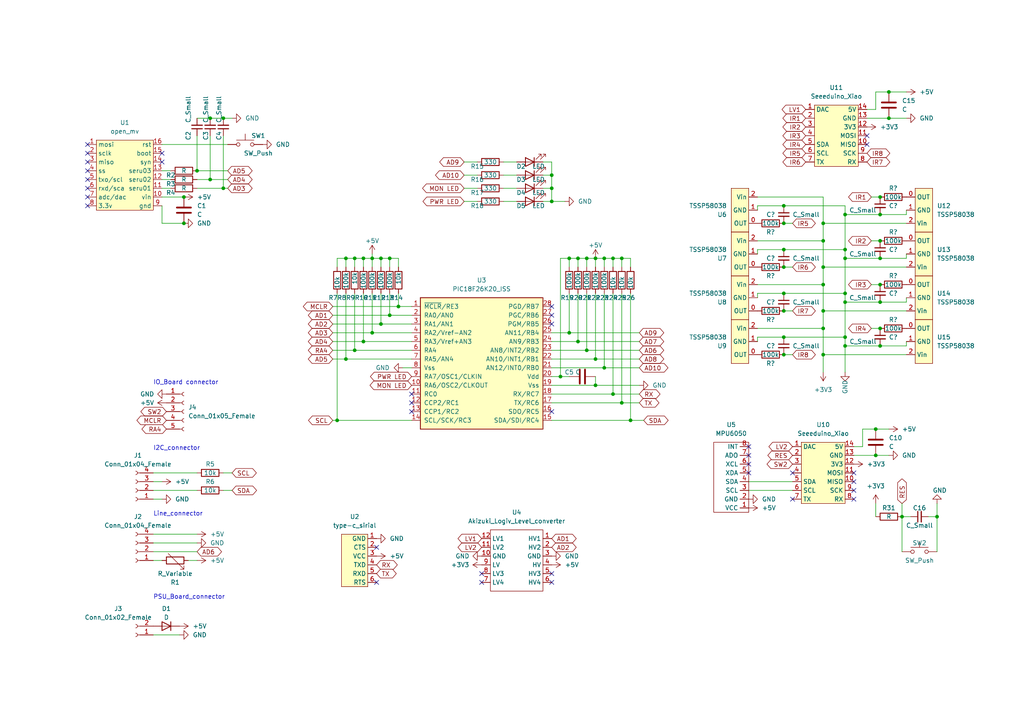
<source format=kicad_sch>
(kicad_sch (version 20211123) (generator eeschema)
  (paper "A4")
  (junction (at 238.76 102.87))
  (junction (at 165.1 74.93))
  (junction (at 53.34 64.77))
  (junction (at 57.15 49.53))
  (junction (at 107.95 74.93))
  (junction (at 227.33 59.69))
  (junction (at 177.8 74.93))
  (junction (at 254 124.46))
  (junction (at 113.03 91.44))
  (junction (at 102.87 74.93))
  (junction (at 238.76 90.17))
  (junction (at 105.41 74.93))
  (junction (at 245.11 87.63))
  (junction (at 227.33 97.79))
  (junction (at 102.87 101.6))
  (junction (at 172.72 111.76))
  (junction (at 113.03 74.93))
  (junction (at 238.76 82.55))
  (junction (at 227.33 77.47))
  (junction (at 64.77 34.29))
  (junction (at 245.11 62.23))
  (junction (at 177.8 114.3))
  (junction (at 257.81 34.29))
  (junction (at 105.41 99.06))
  (junction (at 110.49 93.98))
  (junction (at 170.18 74.93))
  (junction (at 271.78 149.86))
  (junction (at 167.64 99.06))
  (junction (at 180.34 74.93))
  (junction (at 60.96 34.29))
  (junction (at 100.33 104.14))
  (junction (at 227.33 64.77))
  (junction (at 255.27 100.33))
  (junction (at 227.33 90.17))
  (junction (at 238.76 77.47))
  (junction (at 245.11 85.09))
  (junction (at 254 132.08))
  (junction (at 175.26 106.68))
  (junction (at 238.76 69.85))
  (junction (at 107.95 96.52))
  (junction (at 60.96 52.07))
  (junction (at 255.27 87.63))
  (junction (at 245.11 97.79))
  (junction (at 167.64 74.93))
  (junction (at 170.18 101.6))
  (junction (at 172.72 104.14))
  (junction (at 172.72 74.93))
  (junction (at 64.77 54.61))
  (junction (at 180.34 116.84))
  (junction (at 257.81 26.67))
  (junction (at 255.27 82.55))
  (junction (at 238.76 95.25))
  (junction (at 53.34 57.15))
  (junction (at 182.88 121.92))
  (junction (at 245.11 72.39))
  (junction (at 238.76 64.77))
  (junction (at 245.11 100.33))
  (junction (at 261.62 149.86))
  (junction (at 160.02 54.61))
  (junction (at 100.33 74.93))
  (junction (at 165.1 96.52))
  (junction (at 97.79 121.92))
  (junction (at 160.02 58.42))
  (junction (at 255.27 69.85))
  (junction (at 115.57 88.9))
  (junction (at 110.49 74.93))
  (junction (at 160.02 50.8))
  (junction (at 175.26 74.93))
  (junction (at 255.27 62.23))
  (junction (at 245.11 74.93))
  (junction (at 255.27 95.25))
  (junction (at 162.56 109.22))
  (junction (at 255.27 74.93))
  (junction (at 227.33 72.39))
  (junction (at 255.27 57.15))
  (junction (at 227.33 85.09))
  (junction (at 227.33 102.87))
  (no_connect (at 160.02 93.98))
  (no_connect (at 160.02 91.44))
  (no_connect (at 160.02 88.9))
  (no_connect (at 119.38 114.3))
  (no_connect (at 119.38 116.84))
  (no_connect (at 119.38 119.38))
  (no_connect (at 109.22 168.91))
  (no_connect (at 109.22 158.75))
  (no_connect (at 139.7 166.37))
  (no_connect (at 139.7 168.91))
  (no_connect (at 160.02 168.91))
  (no_connect (at 160.02 166.37))
  (no_connect (at 160.02 119.38))
  (no_connect (at 46.99 46.99))
  (no_connect (at 46.99 44.45))
  (no_connect (at 25.4 41.91))
  (no_connect (at 25.4 44.45))
  (no_connect (at 25.4 46.99))
  (no_connect (at 25.4 49.53))
  (no_connect (at 25.4 52.07))
  (no_connect (at 25.4 54.61))
  (no_connect (at 25.4 57.15))
  (no_connect (at 25.4 59.69))
  (no_connect (at 217.17 137.16))
  (no_connect (at 217.17 134.62))
  (no_connect (at 217.17 132.08))
  (no_connect (at 217.17 129.54))
  (no_connect (at 229.87 137.16))
  (no_connect (at 247.65 144.78))
  (no_connect (at 247.65 142.24))
  (no_connect (at 247.65 139.7))
  (no_connect (at 247.65 137.16))
  (no_connect (at 229.87 144.78))
  (no_connect (at 251.46 41.91))
  (no_connect (at 251.46 39.37))
  (wire (pts (xy 160.02 116.84) (xy 180.34 116.84)))
  (wire (pts (xy 157.48 58.42) (xy 160.02 58.42)))
  (wire (pts (xy 57.15 39.37) (xy 57.15 49.53)))
  (wire (pts (xy 172.72 74.93) (xy 175.26 74.93)))
  (wire (pts (xy 157.48 50.8) (xy 160.02 50.8)))
  (wire (pts (xy 96.52 91.44) (xy 113.03 91.44)))
  (wire (pts (xy 66.04 54.61) (xy 64.77 54.61)))
  (wire (pts (xy 245.11 72.39) (xy 245.11 74.93)))
  (wire (pts (xy 64.77 34.29) (xy 67.31 34.29)))
  (wire (pts (xy 172.72 74.93) (xy 172.72 77.47)))
  (wire (pts (xy 254 124.46) (xy 257.81 124.46)))
  (wire (pts (xy 115.57 85.09) (xy 115.57 88.9)))
  (wire (pts (xy 44.45 160.02) (xy 57.15 160.02)))
  (wire (pts (xy 219.71 69.85) (xy 238.76 69.85)))
  (wire (pts (xy 177.8 85.09) (xy 177.8 114.3)))
  (wire (pts (xy 160.02 101.6) (xy 170.18 101.6)))
  (wire (pts (xy 162.56 109.22) (xy 162.56 74.93)))
  (wire (pts (xy 146.05 54.61) (xy 149.86 54.61)))
  (wire (pts (xy 160.02 114.3) (xy 177.8 114.3)))
  (wire (pts (xy 238.76 64.77) (xy 238.76 69.85)))
  (wire (pts (xy 252.73 69.85) (xy 255.27 69.85)))
  (wire (pts (xy 96.52 88.9) (xy 115.57 88.9)))
  (wire (pts (xy 257.81 132.08) (xy 254 132.08)))
  (wire (pts (xy 146.05 46.99) (xy 149.86 46.99)))
  (wire (pts (xy 102.87 74.93) (xy 102.87 77.47)))
  (wire (pts (xy 245.11 85.09) (xy 245.11 87.63)))
  (wire (pts (xy 219.71 85.09) (xy 227.33 85.09)))
  (wire (pts (xy 254 132.08) (xy 247.65 132.08)))
  (wire (pts (xy 107.95 74.93) (xy 110.49 74.93)))
  (wire (pts (xy 49.53 52.07) (xy 46.99 52.07)))
  (wire (pts (xy 264.16 149.86) (xy 261.62 149.86)))
  (wire (pts (xy 160.02 111.76) (xy 172.72 111.76)))
  (wire (pts (xy 113.03 85.09) (xy 113.03 91.44)))
  (wire (pts (xy 160.02 58.42) (xy 160.02 54.61)))
  (wire (pts (xy 165.1 96.52) (xy 160.02 96.52)))
  (wire (pts (xy 54.61 162.56) (xy 57.15 162.56)))
  (wire (pts (xy 46.99 59.69) (xy 46.99 64.77)))
  (wire (pts (xy 162.56 74.93) (xy 165.1 74.93)))
  (wire (pts (xy 227.33 72.39) (xy 245.11 72.39)))
  (wire (pts (xy 57.15 34.29) (xy 60.96 34.29)))
  (wire (pts (xy 245.11 100.33) (xy 255.27 100.33)))
  (wire (pts (xy 229.87 77.47) (xy 227.33 77.47)))
  (wire (pts (xy 180.34 74.93) (xy 182.88 74.93)))
  (wire (pts (xy 49.53 49.53) (xy 46.99 49.53)))
  (wire (pts (xy 172.72 104.14) (xy 185.42 104.14)))
  (wire (pts (xy 177.8 74.93) (xy 180.34 74.93)))
  (wire (pts (xy 238.76 69.85) (xy 238.76 77.47)))
  (wire (pts (xy 66.04 41.91) (xy 46.99 41.91)))
  (wire (pts (xy 165.1 85.09) (xy 165.1 96.52)))
  (wire (pts (xy 100.33 77.47) (xy 100.33 74.93)))
  (wire (pts (xy 229.87 64.77) (xy 227.33 64.77)))
  (wire (pts (xy 252.73 82.55) (xy 255.27 82.55)))
  (wire (pts (xy 229.87 102.87) (xy 227.33 102.87)))
  (wire (pts (xy 219.71 82.55) (xy 238.76 82.55)))
  (wire (pts (xy 113.03 91.44) (xy 119.38 91.44)))
  (wire (pts (xy 238.76 57.15) (xy 238.76 64.77)))
  (wire (pts (xy 134.62 46.99) (xy 138.43 46.99)))
  (wire (pts (xy 46.99 57.15) (xy 53.34 57.15)))
  (wire (pts (xy 172.72 111.76) (xy 185.42 111.76)))
  (wire (pts (xy 262.89 100.33) (xy 255.27 100.33)))
  (wire (pts (xy 160.02 104.14) (xy 172.72 104.14)))
  (wire (pts (xy 157.48 54.61) (xy 160.02 54.61)))
  (wire (pts (xy 160.02 50.8) (xy 160.02 46.99)))
  (wire (pts (xy 160.02 106.68) (xy 175.26 106.68)))
  (wire (pts (xy 97.79 74.93) (xy 100.33 74.93)))
  (wire (pts (xy 60.96 52.07) (xy 57.15 52.07)))
  (wire (pts (xy 251.46 34.29) (xy 257.81 34.29)))
  (wire (pts (xy 261.62 149.86) (xy 261.62 160.02)))
  (wire (pts (xy 44.45 142.24) (xy 57.15 142.24)))
  (wire (pts (xy 170.18 85.09) (xy 170.18 101.6)))
  (wire (pts (xy 110.49 74.93) (xy 110.49 77.47)))
  (wire (pts (xy 251.46 31.75) (xy 254 31.75)))
  (wire (pts (xy 227.33 85.09) (xy 245.11 85.09)))
  (wire (pts (xy 262.89 99.06) (xy 262.89 100.33)))
  (wire (pts (xy 134.62 50.8) (xy 138.43 50.8)))
  (wire (pts (xy 107.95 96.52) (xy 119.38 96.52)))
  (wire (pts (xy 177.8 74.93) (xy 175.26 74.93)))
  (wire (pts (xy 261.62 146.05) (xy 261.62 149.86)))
  (wire (pts (xy 105.41 74.93) (xy 105.41 77.47)))
  (wire (pts (xy 102.87 74.93) (xy 105.41 74.93)))
  (wire (pts (xy 105.41 74.93) (xy 107.95 74.93)))
  (wire (pts (xy 257.81 26.67) (xy 262.89 26.67)))
  (wire (pts (xy 96.52 101.6) (xy 102.87 101.6)))
  (wire (pts (xy 115.57 88.9) (xy 119.38 88.9)))
  (wire (pts (xy 219.71 73.66) (xy 219.71 72.39)))
  (wire (pts (xy 247.65 129.54) (xy 250.19 129.54)))
  (wire (pts (xy 64.77 39.37) (xy 64.77 54.61)))
  (wire (pts (xy 180.34 116.84) (xy 185.42 116.84)))
  (wire (pts (xy 167.64 74.93) (xy 167.64 77.47)))
  (wire (pts (xy 255.27 87.63) (xy 262.89 87.63)))
  (wire (pts (xy 160.02 121.92) (xy 182.88 121.92)))
  (wire (pts (xy 219.71 86.36) (xy 219.71 85.09)))
  (wire (pts (xy 107.95 77.47) (xy 107.95 74.93)))
  (wire (pts (xy 227.33 97.79) (xy 245.11 97.79)))
  (wire (pts (xy 172.72 109.22) (xy 172.72 111.76)))
  (wire (pts (xy 96.52 96.52) (xy 107.95 96.52)))
  (wire (pts (xy 170.18 74.93) (xy 170.18 77.47)))
  (wire (pts (xy 177.8 77.47) (xy 177.8 74.93)))
  (wire (pts (xy 96.52 99.06) (xy 105.41 99.06)))
  (wire (pts (xy 44.45 162.56) (xy 46.99 162.56)))
  (wire (pts (xy 238.76 95.25) (xy 238.76 102.87)))
  (wire (pts (xy 250.19 124.46) (xy 254 124.46)))
  (wire (pts (xy 102.87 101.6) (xy 119.38 101.6)))
  (wire (pts (xy 250.19 129.54) (xy 250.19 124.46)))
  (wire (pts (xy 227.33 59.69) (xy 219.71 59.69)))
  (wire (pts (xy 238.76 77.47) (xy 238.76 82.55)))
  (wire (pts (xy 245.11 97.79) (xy 245.11 100.33)))
  (wire (pts (xy 107.95 73.66) (xy 107.95 74.93)))
  (wire (pts (xy 245.11 62.23) (xy 255.27 62.23)))
  (wire (pts (xy 146.05 58.42) (xy 149.86 58.42)))
  (wire (pts (xy 102.87 85.09) (xy 102.87 101.6)))
  (wire (pts (xy 113.03 74.93) (xy 113.03 77.47)))
  (wire (pts (xy 245.11 100.33) (xy 245.11 107.95)))
  (wire (pts (xy 255.27 62.23) (xy 262.89 62.23)))
  (wire (pts (xy 217.17 139.7) (xy 229.87 139.7)))
  (wire (pts (xy 105.41 85.09) (xy 105.41 99.06)))
  (wire (pts (xy 170.18 74.93) (xy 172.72 74.93)))
  (wire (pts (xy 96.52 93.98) (xy 110.49 93.98)))
  (wire (pts (xy 44.45 137.16) (xy 57.15 137.16)))
  (wire (pts (xy 165.1 77.47) (xy 165.1 74.93)))
  (wire (pts (xy 165.1 74.93) (xy 167.64 74.93)))
  (wire (pts (xy 271.78 146.05) (xy 271.78 149.86)))
  (wire (pts (xy 219.71 57.15) (xy 238.76 57.15)))
  (wire (pts (xy 105.41 99.06) (xy 119.38 99.06)))
  (wire (pts (xy 110.49 85.09) (xy 110.49 93.98)))
  (wire (pts (xy 170.18 101.6) (xy 185.42 101.6)))
  (wire (pts (xy 245.11 59.69) (xy 245.11 62.23)))
  (wire (pts (xy 219.71 99.06) (xy 219.71 97.79)))
  (wire (pts (xy 167.64 85.09) (xy 167.64 99.06)))
  (wire (pts (xy 44.45 154.94) (xy 57.15 154.94)))
  (wire (pts (xy 110.49 74.93) (xy 113.03 74.93)))
  (wire (pts (xy 44.45 157.48) (xy 57.15 157.48)))
  (wire (pts (xy 113.03 74.93) (xy 115.57 74.93)))
  (wire (pts (xy 182.88 85.09) (xy 182.88 121.92)))
  (wire (pts (xy 167.64 99.06) (xy 185.42 99.06)))
  (wire (pts (xy 44.45 139.7) (xy 46.99 139.7)))
  (wire (pts (xy 254 31.75) (xy 254 26.67)))
  (wire (pts (xy 160.02 99.06) (xy 167.64 99.06)))
  (wire (pts (xy 96.52 121.92) (xy 97.79 121.92)))
  (wire (pts (xy 49.53 54.61) (xy 46.99 54.61)))
  (wire (pts (xy 146.05 50.8) (xy 149.86 50.8)))
  (wire (pts (xy 238.76 64.77) (xy 262.89 64.77)))
  (wire (pts (xy 262.89 62.23) (xy 262.89 60.96)))
  (wire (pts (xy 64.77 54.61) (xy 57.15 54.61)))
  (wire (pts (xy 165.1 96.52) (xy 185.42 96.52)))
  (wire (pts (xy 262.89 87.63) (xy 262.89 86.36)))
  (wire (pts (xy 160.02 46.99) (xy 157.48 46.99)))
  (wire (pts (xy 271.78 149.86) (xy 271.78 160.02)))
  (wire (pts (xy 116.84 106.68) (xy 119.38 106.68)))
  (wire (pts (xy 238.76 90.17) (xy 262.89 90.17)))
  (wire (pts (xy 172.72 85.09) (xy 172.72 104.14)))
  (wire (pts (xy 64.77 142.24) (xy 67.31 142.24)))
  (wire (pts (xy 175.26 74.93) (xy 175.26 77.47)))
  (wire (pts (xy 245.11 74.93) (xy 255.27 74.93)))
  (wire (pts (xy 219.71 95.25) (xy 238.76 95.25)))
  (wire (pts (xy 96.52 104.14) (xy 100.33 104.14)))
  (wire (pts (xy 269.24 149.86) (xy 271.78 149.86)))
  (wire (pts (xy 97.79 121.92) (xy 119.38 121.92)))
  (wire (pts (xy 134.62 54.61) (xy 138.43 54.61)))
  (wire (pts (xy 219.71 72.39) (xy 227.33 72.39)))
  (wire (pts (xy 100.33 104.14) (xy 119.38 104.14)))
  (wire (pts (xy 64.77 137.16) (xy 67.31 137.16)))
  (wire (pts (xy 245.11 74.93) (xy 245.11 85.09)))
  (wire (pts (xy 60.96 39.37) (xy 60.96 52.07)))
  (wire (pts (xy 255.27 74.93) (xy 262.89 74.93)))
  (wire (pts (xy 180.34 85.09) (xy 180.34 116.84)))
  (wire (pts (xy 97.79 85.09) (xy 97.79 121.92)))
  (wire (pts (xy 110.49 93.98) (xy 119.38 93.98)))
  (wire (pts (xy 66.04 49.53) (xy 57.15 49.53)))
  (wire (pts (xy 238.76 77.47) (xy 262.89 77.47)))
  (wire (pts (xy 262.89 73.66) (xy 262.89 74.93)))
  (wire (pts (xy 175.26 85.09) (xy 175.26 106.68)))
  (wire (pts (xy 252.73 95.25) (xy 255.27 95.25)))
  (wire (pts (xy 180.34 74.93) (xy 180.34 77.47)))
  (wire (pts (xy 60.96 34.29) (xy 64.77 34.29)))
  (wire (pts (xy 252.73 57.15) (xy 255.27 57.15)))
  (wire (pts (xy 44.45 144.78) (xy 46.99 144.78)))
  (wire (pts (xy 219.71 97.79) (xy 227.33 97.79)))
  (wire (pts (xy 257.81 34.29) (xy 262.89 34.29)))
  (wire (pts (xy 177.8 114.3) (xy 185.42 114.3)))
  (wire (pts (xy 175.26 106.68) (xy 185.42 106.68)))
  (wire (pts (xy 238.76 90.17) (xy 238.76 95.25)))
  (wire (pts (xy 97.79 77.47) (xy 97.79 74.93)))
  (wire (pts (xy 227.33 59.69) (xy 245.11 59.69)))
  (wire (pts (xy 254 26.67) (xy 257.81 26.67)))
  (wire (pts (xy 100.33 85.09) (xy 100.33 104.14)))
  (wire (pts (xy 254 146.05) (xy 254 149.86)))
  (wire (pts (xy 245.11 62.23) (xy 245.11 72.39)))
  (wire (pts (xy 163.83 58.42) (xy 160.02 58.42)))
  (wire (pts (xy 238.76 82.55) (xy 238.76 90.17)))
  (wire (pts (xy 134.62 58.42) (xy 138.43 58.42)))
  (wire (pts (xy 167.64 74.93) (xy 170.18 74.93)))
  (wire (pts (xy 160.02 109.22) (xy 162.56 109.22)))
  (wire (pts (xy 182.88 121.92) (xy 186.69 121.92)))
  (wire (pts (xy 245.11 87.63) (xy 255.27 87.63)))
  (wire (pts (xy 238.76 102.87) (xy 238.76 107.95)))
  (wire (pts (xy 217.17 142.24) (xy 229.87 142.24)))
  (wire (pts (xy 107.95 85.09) (xy 107.95 96.52)))
  (wire (pts (xy 229.87 90.17) (xy 227.33 90.17)))
  (wire (pts (xy 46.99 64.77) (xy 53.34 64.77)))
  (wire (pts (xy 115.57 74.93) (xy 115.57 77.47)))
  (wire (pts (xy 245.11 87.63) (xy 245.11 97.79)))
  (wire (pts (xy 44.45 184.15) (xy 52.07 184.15)))
  (wire (pts (xy 162.56 109.22) (xy 165.1 109.22)))
  (wire (pts (xy 219.71 59.69) (xy 219.71 60.96)))
  (wire (pts (xy 160.02 54.61) (xy 160.02 50.8)))
  (wire (pts (xy 182.88 74.93) (xy 182.88 77.47)))
  (wire (pts (xy 66.04 52.07) (xy 60.96 52.07)))
  (wire (pts (xy 100.33 74.93) (xy 102.87 74.93)))
  (wire (pts (xy 238.76 102.87) (xy 262.89 102.87)))
  (text "IO_Board connector" (at 44.45 111.76 0) (effects (font (size 1.27 1.27)) (justify left bottom)))
  (text "PSU_Board_connector" (at 44.45 173.99 0) (effects (font (size 1.27 1.27)) (justify left bottom)))
  (text "I2C_connector" (at 44.45 130.81 0) (effects (font (size 1.27 1.27)) (justify left bottom)))
  (text "Line_connector" (at 44.45 149.86 0) (effects (font (size 1.27 1.27)) (justify left bottom)))
  (global_label "LV2" (shape bidirectional) (at 139.7 158.75 180) (property "Intersheet References" "${INTERSHEET_REFS}" (effects hide)))
  (global_label "AD5" (shape bidirectional) (at 96.52 104.14 180) (property "Intersheet References" "${INTERSHEET_REFS}" (effects hide)))
  (global_label "IR6" (shape bidirectional) (at 229.87 77.47 0) (property "Intersheet References" "${INTERSHEET_REFS}" (effects hide)))
  (global_label "IR5" (shape bidirectional) (at 233.68 44.45 180) (property "Intersheet References" "${INTERSHEET_REFS}" (effects hide)))
  (global_label "IR4" (shape bidirectional) (at 233.68 41.91 180) (property "Intersheet References" "${INTERSHEET_REFS}" (effects hide)))
  (global_label "IR7" (shape bidirectional) (at 251.46 46.99 0) (property "Intersheet References" "${INTERSHEET_REFS}" (effects hide)))
  (global_label "AD1" (shape bidirectional) (at 160.02 156.21 0) (property "Intersheet References" "${INTERSHEET_REFS}" (effects hide)))
  (global_label "SCL" (shape bidirectional) (at 67.31 137.16 0) (property "Intersheet References" "${INTERSHEET_REFS}" (effects hide)))
  (global_label "IR6" (shape bidirectional) (at 233.68 46.99 180) (property "Intersheet References" "${INTERSHEET_REFS}" (effects hide)))
  (global_label "TX" (shape bidirectional) (at 185.42 116.84 0) (property "Intersheet References" "${INTERSHEET_REFS}" (effects hide)))
  (global_label "MON LED" (shape bidirectional) (at 119.38 111.76 180) (property "Intersheet References" "${INTERSHEET_REFS}" (effects hide)))
  (global_label "LV1" (shape bidirectional) (at 139.7 156.21 180) (property "Intersheet References" "${INTERSHEET_REFS}" (effects hide)))
  (global_label "IR5" (shape bidirectional) (at 229.87 64.77 0) (property "Intersheet References" "${INTERSHEET_REFS}" (effects hide)))
  (global_label "IR7" (shape bidirectional) (at 229.87 90.17 0) (property "Intersheet References" "${INTERSHEET_REFS}" (effects hide)))
  (global_label "AD7" (shape bidirectional) (at 185.42 99.06 0) (property "Intersheet References" "${INTERSHEET_REFS}" (effects hide)))
  (global_label "RES" (shape bidirectional) (at 261.62 146.05 90) (property "Intersheet References" "${INTERSHEET_REFS}" (effects hide)))
  (global_label "AD4" (shape bidirectional) (at 66.04 52.07 0) (property "Intersheet References" "${INTERSHEET_REFS}" (effects hide)))
  (global_label "AD2" (shape bidirectional) (at 96.52 93.98 180) (property "Intersheet References" "${INTERSHEET_REFS}" (effects hide)))
  (global_label "AD3" (shape bidirectional) (at 66.04 54.61 0) (property "Intersheet References" "${INTERSHEET_REFS}" (effects hide)))
  (global_label "AD3" (shape bidirectional) (at 96.52 96.52 180) (property "Intersheet References" "${INTERSHEET_REFS}" (effects hide)))
  (global_label "RX" (shape bidirectional) (at 185.42 114.3 0) (property "Intersheet References" "${INTERSHEET_REFS}" (effects hide)))
  (global_label "AD2" (shape bidirectional) (at 160.02 158.75 0) (property "Intersheet References" "${INTERSHEET_REFS}" (effects hide)))
  (global_label "TX" (shape bidirectional) (at 109.22 166.37 0) (property "Intersheet References" "${INTERSHEET_REFS}" (effects hide)))
  (global_label "AD9" (shape bidirectional) (at 185.42 96.52 0) (property "Intersheet References" "${INTERSHEET_REFS}" (effects hide)))
  (global_label "IR3" (shape bidirectional) (at 233.68 39.37 180) (property "Intersheet References" "${INTERSHEET_REFS}" (effects hide)))
  (global_label "SW2" (shape bidirectional) (at 48.26 119.38 180) (property "Intersheet References" "${INTERSHEET_REFS}" (effects hide)))
  (global_label "AD5" (shape bidirectional) (at 66.04 49.53 0) (property "Intersheet References" "${INTERSHEET_REFS}" (effects hide)))
  (global_label "MCLR" (shape bidirectional) (at 96.52 88.9 180) (property "Intersheet References" "${INTERSHEET_REFS}" (effects hide)))
  (global_label "MON LED" (shape bidirectional) (at 134.62 54.61 180) (property "Intersheet References" "${INTERSHEET_REFS}" (effects hide)))
  (global_label "IR3" (shape bidirectional) (at 252.73 82.55 180) (property "Intersheet References" "${INTERSHEET_REFS}" (effects hide)))
  (global_label "RA4" (shape bidirectional) (at 48.26 124.46 180) (property "Intersheet References" "${INTERSHEET_REFS}" (effects hide)))
  (global_label "SCL" (shape bidirectional) (at 96.52 121.92 180) (property "Intersheet References" "${INTERSHEET_REFS}" (effects hide)))
  (global_label "RA4" (shape bidirectional) (at 96.52 101.6 180) (property "Intersheet References" "${INTERSHEET_REFS}" (effects hide)))
  (global_label "LV1" (shape bidirectional) (at 233.68 31.75 180) (property "Intersheet References" "${INTERSHEET_REFS}" (effects hide)))
  (global_label "AD9" (shape bidirectional) (at 134.62 46.99 180) (property "Intersheet References" "${INTERSHEET_REFS}" (effects hide)))
  (global_label "MCLR" (shape bidirectional) (at 48.26 121.92 180) (property "Intersheet References" "${INTERSHEET_REFS}" (effects hide)))
  (global_label "AD8" (shape bidirectional) (at 185.42 104.14 0) (property "Intersheet References" "${INTERSHEET_REFS}" (effects hide)))
  (global_label "IR8" (shape bidirectional) (at 251.46 44.45 0) (property "Intersheet References" "${INTERSHEET_REFS}" (effects hide)))
  (global_label "PWR LED" (shape bidirectional) (at 134.62 58.42 180) (property "Intersheet References" "${INTERSHEET_REFS}" (effects hide)))
  (global_label "SDA" (shape bidirectional) (at 186.69 121.92 0) (property "Intersheet References" "${INTERSHEET_REFS}" (effects hide)))
  (global_label "IR1" (shape bidirectional) (at 233.68 34.29 180) (property "Intersheet References" "${INTERSHEET_REFS}" (effects hide)))
  (global_label "PWR LED" (shape bidirectional) (at 119.38 109.22 180) (property "Intersheet References" "${INTERSHEET_REFS}" (effects hide)))
  (global_label "SDA" (shape bidirectional) (at 67.31 142.24 0) (property "Intersheet References" "${INTERSHEET_REFS}" (effects hide)))
  (global_label "AD6" (shape bidirectional) (at 185.42 101.6 0) (property "Intersheet References" "${INTERSHEET_REFS}" (effects hide)))
  (global_label "RES" (shape bidirectional) (at 229.87 132.08 180) (property "Intersheet References" "${INTERSHEET_REFS}" (effects hide)))
  (global_label "AD4" (shape bidirectional) (at 96.52 99.06 180) (property "Intersheet References" "${INTERSHEET_REFS}" (effects hide)))
  (global_label "AD6" (shape bidirectional) (at 57.15 160.02 0) (property "Intersheet References" "${INTERSHEET_REFS}" (effects hide)))
  (global_label "SW2" (shape bidirectional) (at 229.87 134.62 180) (property "Intersheet References" "${INTERSHEET_REFS}" (effects hide)))
  (global_label "IR1" (shape bidirectional) (at 252.73 57.15 180) (property "Intersheet References" "${INTERSHEET_REFS}" (effects hide)))
  (global_label "RX" (shape bidirectional) (at 109.22 163.83 0) (property "Intersheet References" "${INTERSHEET_REFS}" (effects hide)))
  (global_label "LV2" (shape bidirectional) (at 229.87 129.54 180) (property "Intersheet References" "${INTERSHEET_REFS}" (effects hide)))
  (global_label "IR2" (shape bidirectional) (at 233.68 36.83 180) (property "Intersheet References" "${INTERSHEET_REFS}" (effects hide)))
  (global_label "AD10" (shape bidirectional) (at 134.62 50.8 180) (property "Intersheet References" "${INTERSHEET_REFS}" (effects hide)))
  (global_label "AD1" (shape bidirectional) (at 96.52 91.44 180) (property "Intersheet References" "${INTERSHEET_REFS}" (effects hide)))
  (global_label "IR2" (shape bidirectional) (at 252.73 69.85 180) (property "Intersheet References" "${INTERSHEET_REFS}" (effects hide)))
  (global_label "IR8" (shape bidirectional) (at 229.87 102.87 0) (property "Intersheet References" "${INTERSHEET_REFS}" (effects hide)))
  (global_label "IR4" (shape bidirectional) (at 252.73 95.25 180) (property "Intersheet References" "${INTERSHEET_REFS}" (effects hide)))
  (global_label "AD10" (shape bidirectional) (at 185.42 106.68 0) (property "Intersheet References" "${INTERSHEET_REFS}" (effects hide)))
  (symbol (lib_id "Device:C") (at 257.81 30.48 0) (unit 1)
    (property "Reference" "C15" (at 261.62 29.2099 0) (effects (justify left)))
    (property "Value" "C" (at 261.62 31.7499 0) (effects (justify left)))
    (property "Footprint" "Capacitor_THT:CP_Radial_D5.0mm_P2.50mm" (effects hide))
  )
  (symbol (lib_id "power:GND") (at 116.84 106.68 270) (unit 1)
    (property "Reference" "#PWR017" (effects hide))
    (property "Value" "GND" (at 113.03 106.6799 90) (effects (justify right)))
  )
  (symbol (lib_id "power:GND") (at 257.81 132.08 90) (unit 1)
    (property "Reference" "#PWR033" (effects hide))
    (property "Value" "GND" (at 261.62 132.0799 90) (effects (justify right)))
  )
  (symbol (lib_id "Device:R") (at 142.24 46.99 90) (unit 1)
    (property "Reference" "R15" (at 138.43 48.26 90))
    (property "Value" "330" (at 142.24 46.99 90))
    (property "Footprint" "Resistor_THT:R_Axial_DIN0204_L3.6mm_D1.6mm_P5.08mm_Horizontal" (effects hide))
  )
  (symbol (lib_id "Device:R") (at 175.26 81.28 0) (unit 1)
    (property "Reference" "R23" (at 172.72 86.36 0) (effects (justify left)))
    (property "Value" "100k" (at 175.26 83.82 90) (effects (justify left)))
    (property "Footprint" "Resistor_THT:R_Axial_DIN0204_L3.6mm_D1.6mm_P5.08mm_Horizontal" (effects hide))
  )
  (symbol (lib_id "power:+5V") (at 46.99 139.7 270) (unit 1)
    (property "Reference" "#PWR01" (effects hide))
    (property "Value" "+5V" (at 50.8 139.6999 90) (effects (justify left)))
  )
  (symbol (lib_id "Device:R") (at 142.24 58.42 90) (unit 1)
    (property "Reference" "R18" (at 138.43 59.69 90))
    (property "Value" "330" (at 142.24 58.42 90))
    (property "Footprint" "Resistor_THT:R_Axial_DIN0204_L3.6mm_D1.6mm_P5.08mm_Horizontal" (effects hide))
  )
  (symbol (lib_id "power:+5V") (at 107.95 73.66 0) (unit 1)
    (property "Reference" "#PWR014" (effects hide))
    (property "Value" "+5V" (at 107.95 69.85 0))
  )
  (symbol (lib_id "power:GND") (at 245.11 107.95 0) (unit 1)
    (property "Reference" "#PWR028" (effects hide))
    (property "Value" "GND" (at 245.11 114.3 90) (effects (justify left)))
  )
  (symbol (lib_id "Device:R") (at 177.8 81.28 0) (unit 1)
    (property "Reference" "R24" (at 175.26 86.36 0) (effects (justify left)))
    (property "Value" "10k" (at 177.8 83.82 90) (effects (justify left)))
    (property "Footprint" "Resistor_THT:R_Axial_DIN0204_L3.6mm_D1.6mm_P5.08mm_Horizontal" (effects hide))
  )
  (symbol (lib_name "TSSP58038_4") (lib_id "ir_sensor:TSSP58038") (at 265.43 60.96 270) (unit 1)
    (property "Reference" "U12" (at 271.78 59.6899 90) (effects (justify left)))
    (property "Value" "TSSP58038" (at 271.78 62.2299 90) (effects (justify left)))
    (property "Footprint" "Lib:TSSP58038_IR" (effects hide))
  )
  (symbol (lib_id "Device:C_Small") (at 227.33 62.23 0) (unit 1)
    (property "Reference" "C?" (at 222.25 62.23 0) (effects (justify left)))
    (property "Value" "C_Small" (at 229.87 62.23 0) (effects (justify left)))
    (property "Footprint" "Capacitor_THT:C_Disc_D3.8mm_W2.6mm_P2.50mm" (effects hide))
  )
  (symbol (lib_id "type-c_sirial:type-c_sirial") (at 96.52 162.56 90) (unit 1)
    (property "Reference" "U2" (at 102.87 149.86 90))
    (property "Value" "type-c_sirial" (at 102.87 152.4 90))
    (property "Footprint" "Lib:Type-C_Sirial_Board" (effects hide))
  )
  (symbol (lib_id "Device:R") (at 105.41 81.28 0) (unit 1)
    (property "Reference" "R10" (at 102.87 86.36 0) (effects (justify left)))
    (property "Value" "100k" (at 105.41 83.82 90) (effects (justify left)))
    (property "Footprint" "Resistor_THT:R_Axial_DIN0204_L3.6mm_D1.6mm_P5.08mm_Horizontal" (effects hide))
  )
  (symbol (lib_id "Device:R") (at 259.08 95.25 90) (unit 1)
    (property "Reference" "R?" (at 259.08 92.71 90))
    (property "Value" "100k" (at 259.08 95.25 90))
    (property "Footprint" "Resistor_THT:R_Axial_DIN0204_L3.6mm_D1.6mm_P5.08mm_Horizontal" (effects hide))
  )
  (symbol (lib_id "Device:LED") (at 153.67 54.61 180) (unit 1)
    (property "Reference" "D4" (at 151.13 55.88 0))
    (property "Value" "LED" (at 156.21 55.88 0))
    (property "Footprint" "LED_THT:LED_D5.0mm_Clear" (effects hide))
  )
  (symbol (lib_id "Device:LED") (at 153.67 58.42 180) (unit 1)
    (property "Reference" "D5" (at 151.13 59.69 0))
    (property "Value" "LED" (at 156.21 59.69 0))
    (property "Footprint" "LED_THT:LED_D5.0mm_Clear" (effects hide))
  )
  (symbol (lib_id "power:+5V") (at 217.17 147.32 270) (unit 1)
    (property "Reference" "#PWR026" (effects hide))
    (property "Value" "+5V" (at 220.98 147.3199 90) (effects (justify left)))
  )
  (symbol (lib_id "mpu6050:MPU6050") (at 205.74 138.43 90) (unit 1)
    (property "Reference" "U5" (at 212.09 123.19 90))
    (property "Value" "MPU6050" (at 212.09 125.73 90))
    (property "Footprint" "Lib:MPU6050" (effects hide))
  )
  (symbol (lib_id "power:+5V") (at 109.22 161.29 270) (unit 1)
    (property "Reference" "#PWR016" (effects hide))
    (property "Value" "+5V" (at 113.03 161.2899 90) (effects (justify left)))
  )
  (symbol (lib_id "Device:D") (at 48.26 181.61 180) (unit 1)
    (property "Reference" "D1" (at 48.26 176.53 0))
    (property "Value" "D" (at 48.26 179.07 0))
    (property "Footprint" "Diode_THT:D_DO-41_SOD81_P7.62mm_Horizontal" (effects hide))
  )
  (symbol (lib_id "Device:R") (at 100.33 81.28 0) (unit 1)
    (property "Reference" "R8" (at 97.79 86.36 0) (effects (justify left)))
    (property "Value" "100k" (at 100.33 83.82 90) (effects (justify left)))
    (property "Footprint" "Resistor_THT:R_Axial_DIN0204_L3.6mm_D1.6mm_P5.08mm_Horizontal" (effects hide))
  )
  (symbol (lib_id "tj3b pic:PIC18F26K20_ISS") (at 139.7 109.22 0) (unit 1)
    (property "Reference" "U3" (at 139.7 81.28 0))
    (property "Value" "PIC18F26K20_ISS" (at 139.7 83.82 0))
    (property "Footprint" "Package_DIP:DIP-28_W7.62mm_Socket_LongPads" (effects hide))
    (property "Datasheet" "http://ww1.microchip.com/downloads/en/DeviceDoc/40001303H.pdf" (effects hide))
  )
  (symbol (lib_id "power:GND") (at 67.31 34.29 90) (unit 1)
    (property "Reference" "#PWR012" (effects hide))
    (property "Value" "GND" (at 71.12 34.2899 90) (effects (justify right)))
  )
  (symbol (lib_id "power:+5V") (at 172.72 74.93 0) (unit 1)
    (property "Reference" "#PWR023" (effects hide))
    (property "Value" "+5V" (at 172.72 71.12 0))
  )
  (symbol (lib_id "power:GND") (at 262.89 34.29 90) (unit 1)
    (property "Reference" "#PWR035" (effects hide))
    (property "Value" "GND" (at 266.7 34.2899 90) (effects (justify right)))
  )
  (symbol (lib_id "power:GND") (at 160.02 161.29 90) (unit 1)
    (property "Reference" "#PWR020" (effects hide))
    (property "Value" "GND" (at 163.83 161.2899 90) (effects (justify right)))
  )
  (symbol (lib_id "Device:R") (at 102.87 81.28 0) (unit 1)
    (property "Reference" "R9" (at 100.33 86.36 0) (effects (justify left)))
    (property "Value" "10k" (at 102.87 82.55 90) (effects (justify left)))
    (property "Footprint" "Resistor_THT:R_Axial_DIN0204_L3.6mm_D1.6mm_P5.08mm_Horizontal" (effects hide))
  )
  (symbol (lib_name "TSSP58038_1") (lib_id "ir_sensor:TSSP58038") (at 265.43 99.06 270) (unit 1)
    (property "Reference" "U15" (at 271.78 97.7899 90) (effects (justify left)))
    (property "Value" "TSSP58038" (at 271.78 100.3299 90) (effects (justify left)))
    (property "Footprint" "Lib:TSSP58038_IR" (effects hide))
  )
  (symbol (lib_id "Device:R") (at 113.03 81.28 0) (unit 1)
    (property "Reference" "R13" (at 110.49 86.36 0) (effects (justify left)))
    (property "Value" "100k" (at 113.03 83.82 90) (effects (justify left)))
    (property "Footprint" "Resistor_THT:R_Axial_DIN0204_L3.6mm_D1.6mm_P5.08mm_Horizontal" (effects hide))
  )
  (symbol (lib_id "power:GND") (at 109.22 156.21 90) (unit 1)
    (property "Reference" "#PWR015" (effects hide))
    (property "Value" "GND" (at 113.03 156.2099 90) (effects (justify right)))
  )
  (symbol (lib_id "Device:R") (at 172.72 81.28 0) (unit 1)
    (property "Reference" "R22" (at 170.18 86.36 0) (effects (justify left)))
    (property "Value" "100k" (at 172.72 83.82 90) (effects (justify left)))
    (property "Footprint" "Resistor_THT:R_Axial_DIN0204_L3.6mm_D1.6mm_P5.08mm_Horizontal" (effects hide))
  )
  (symbol (lib_id "Device:C_Small") (at 60.96 36.83 180) (unit 1)
    (property "Reference" "C3" (at 59.69 39.37 90))
    (property "Value" "C_Small" (at 59.69 31.75 90))
    (property "Footprint" "Capacitor_THT:C_Disc_D3.8mm_W2.6mm_P2.50mm" (effects hide))
  )
  (symbol (lib_id "power:GND") (at 46.99 144.78 90) (unit 1)
    (property "Reference" "#PWR02" (effects hide))
    (property "Value" "GND" (at 50.8 144.7799 90) (effects (justify right)))
  )
  (symbol (lib_id "power:GND") (at 139.7 161.29 270) (unit 1)
    (property "Reference" "#PWR018" (effects hide))
    (property "Value" "GND" (at 132.08 161.29 90) (effects (justify left)))
  )
  (symbol (lib_id "Device:R") (at 60.96 142.24 90) (unit 1)
    (property "Reference" "R6" (at 60.96 139.7 90))
    (property "Value" "10k" (at 60.96 142.24 90))
    (property "Footprint" "Resistor_THT:R_Axial_DIN0204_L3.6mm_D1.6mm_P5.08mm_Horizontal" (effects hide))
  )
  (symbol (lib_id "Device:LED") (at 153.67 46.99 180) (unit 1)
    (property "Reference" "D2" (at 151.13 48.26 0))
    (property "Value" "LED" (at 156.21 48.26 0))
    (property "Footprint" "LED_THT:LED_D5.0mm_Clear" (effects hide))
  )
  (symbol (lib_name "TSSP58038_3") (lib_id "ir_sensor:TSSP58038") (at 265.43 73.66 270) (unit 1)
    (property "Reference" "U13" (at 271.78 72.3899 90) (effects (justify left)))
    (property "Value" "TSSP58038" (at 271.78 74.9299 90) (effects (justify left)))
    (property "Footprint" "Lib:TSSP58038_IR" (effects hide))
  )
  (symbol (lib_id "seeeduino_xiao:Seeeduino_Xiao") (at 238.76 135.89 0) (unit 1)
    (property "Reference" "U10" (at 238.76 123.19 0))
    (property "Value" "Seeeduino_Xiao" (at 238.76 125.73 0))
    (property "Footprint" "Lib:seeeduinoXIAO" (effects hide))
  )
  (symbol (lib_id "Connector:Conn_01x04_Female") (at 39.37 160.02 180) (unit 1)
    (property "Reference" "J2" (at 40.005 149.86 0))
    (property "Value" "Conn_01x04_Female" (at 40.005 152.4 0))
    (property "Footprint" "Connector_JST:JST_XH_B4B-XH-A_1x04_P2.50mm_Vertical" (effects hide))
  )
  (symbol (lib_id "Device:R") (at 182.88 81.28 0) (unit 1)
    (property "Reference" "R26" (at 180.34 86.36 0) (effects (justify left)))
    (property "Value" "10k" (at 182.88 83.82 90) (effects (justify left)))
    (property "Footprint" "Resistor_THT:R_Axial_DIN0204_L3.6mm_D1.6mm_P5.08mm_Horizontal" (effects hide))
  )
  (symbol (lib_id "Device:R") (at 223.52 64.77 90) (unit 1)
    (property "Reference" "R?" (at 223.52 67.31 90))
    (property "Value" "100k" (at 223.52 64.77 90))
    (property "Footprint" "Resistor_THT:R_Axial_DIN0204_L3.6mm_D1.6mm_P5.08mm_Horizontal" (effects hide))
  )
  (symbol (lib_id "Device:C") (at 53.34 60.96 0) (unit 1)
    (property "Reference" "C1" (at 57.15 59.6899 0) (effects (justify left)))
    (property "Value" "C" (at 57.15 62.2299 0) (effects (justify left)))
    (property "Footprint" "Capacitor_THT:CP_Radial_D5.0mm_P2.50mm" (effects hide))
  )
  (symbol (lib_id "Device:R") (at 60.96 137.16 90) (unit 1)
    (property "Reference" "R5" (at 60.96 134.62 90))
    (property "Value" "10k" (at 60.96 137.16 90))
    (property "Footprint" "Resistor_THT:R_Axial_DIN0204_L3.6mm_D1.6mm_P5.08mm_Horizontal" (effects hide))
  )
  (symbol (lib_id "Device:R") (at 259.08 82.55 90) (unit 1)
    (property "Reference" "R?" (at 259.08 80.01 90))
    (property "Value" "100k" (at 259.08 82.55 90))
    (property "Footprint" "Resistor_THT:R_Axial_DIN0204_L3.6mm_D1.6mm_P5.08mm_Horizontal" (effects hide))
  )
  (symbol (lib_id "Device:R") (at 53.34 52.07 90) (unit 1)
    (property "Reference" "R3" (at 49.53 53.34 90))
    (property "Value" "R" (at 53.34 52.07 90))
    (property "Footprint" "Resistor_THT:R_Axial_DIN0204_L3.6mm_D1.6mm_P5.08mm_Horizontal" (effects hide))
  )
  (symbol (lib_id "power:GND") (at 76.2 41.91 90) (unit 1)
    (property "Reference" "#PWR013" (effects hide))
    (property "Value" "GND" (at 80.01 41.9099 90) (effects (justify right)))
  )
  (symbol (lib_id "Device:R") (at 170.18 81.28 0) (unit 1)
    (property "Reference" "R21" (at 167.64 86.36 0) (effects (justify left)))
    (property "Value" "100k" (at 170.18 83.82 90) (effects (justify left)))
    (property "Footprint" "Resistor_THT:R_Axial_DIN0204_L3.6mm_D1.6mm_P5.08mm_Horizontal" (effects hide))
  )
  (symbol (lib_id "seeeduino_xiao:Seeeduino_Xiao") (at 242.57 38.1 0) (unit 1)
    (property "Reference" "U11" (at 242.57 25.4 0))
    (property "Value" "Seeeduino_Xiao" (at 242.57 27.94 0))
    (property "Footprint" "Lib:seeeduinoXIAO" (effects hide))
  )
  (symbol (lib_id "Device:R") (at 223.52 90.17 90) (unit 1)
    (property "Reference" "R?" (at 223.52 92.71 90))
    (property "Value" "100k" (at 223.52 90.17 90))
    (property "Footprint" "Resistor_THT:R_Axial_DIN0204_L3.6mm_D1.6mm_P5.08mm_Horizontal" (effects hide))
  )
  (symbol (lib_id "Device:C_Small") (at 227.33 87.63 0) (unit 1)
    (property "Reference" "C?" (at 222.25 87.63 0) (effects (justify left)))
    (property "Value" "C_Small" (at 229.87 87.63 0) (effects (justify left)))
    (property "Footprint" "Capacitor_THT:C_Disc_D3.8mm_W2.6mm_P2.50mm" (effects hide))
  )
  (symbol (lib_id "Device:R") (at 167.64 81.28 0) (unit 1)
    (property "Reference" "R20" (at 165.1 86.36 0) (effects (justify left)))
    (property "Value" "100k" (at 167.64 83.82 90) (effects (justify left)))
    (property "Footprint" "Resistor_THT:R_Axial_DIN0204_L3.6mm_D1.6mm_P5.08mm_Horizontal" (effects hide))
  )
  (symbol (lib_id "Device:C") (at 254 128.27 0) (unit 1)
    (property "Reference" "C10" (at 257.81 126.9999 0) (effects (justify left)))
    (property "Value" "C" (at 257.81 129.5399 0) (effects (justify left)))
    (property "Footprint" "Capacitor_THT:CP_Radial_D5.0mm_P2.50mm" (effects hide))
  )
  (symbol (lib_id "Device:R") (at 97.79 81.28 0) (unit 1)
    (property "Reference" "R7" (at 95.25 86.36 0) (effects (justify left)))
    (property "Value" "10k" (at 97.79 83.82 90) (effects (justify left)))
    (property "Footprint" "Resistor_THT:R_Axial_DIN0204_L3.6mm_D1.6mm_P5.08mm_Horizontal" (effects hide))
  )
  (symbol (lib_id "Device:C_Small") (at 255.27 85.09 0) (unit 1)
    (property "Reference" "C?" (at 257.81 85.09 0) (effects (justify left)))
    (property "Value" "C_Small" (at 246.327 86.36 0) (effects (justify left)))
    (property "Footprint" "Capacitor_THT:C_Disc_D3.8mm_W2.6mm_P2.50mm" (effects hide))
  )
  (symbol (lib_id "Device:R") (at 223.52 102.87 90) (unit 1)
    (property "Reference" "R?" (at 223.52 105.41 90))
    (property "Value" "100k" (at 223.52 102.87 90))
    (property "Footprint" "Resistor_THT:R_Axial_DIN0204_L3.6mm_D1.6mm_P5.08mm_Horizontal" (effects hide))
  )
  (symbol (lib_id "Device:R") (at 165.1 81.28 0) (unit 1)
    (property "Reference" "R19" (at 162.56 86.36 0) (effects (justify left)))
    (property "Value" "100k" (at 165.1 83.82 90) (effects (justify left)))
    (property "Footprint" "Resistor_THT:R_Axial_DIN0204_L3.6mm_D1.6mm_P5.08mm_Horizontal" (effects hide))
  )
  (symbol (lib_id "Device:C_Small") (at 227.33 74.93 0) (unit 1)
    (property "Reference" "C?" (at 222.25 74.93 0) (effects (justify left)))
    (property "Value" "C_Small" (at 229.87 74.93 0) (effects (justify left)))
    (property "Footprint" "Capacitor_THT:C_Disc_D3.8mm_W2.6mm_P2.50mm" (effects hide))
  )
  (symbol (lib_id "Device:C_Small") (at 255.27 59.69 0) (unit 1)
    (property "Reference" "C?" (at 257.81 59.69 0) (effects (justify left)))
    (property "Value" "C_Small" (at 246.327 60.96 0) (effects (justify left)))
    (property "Footprint" "Capacitor_THT:C_Disc_D3.8mm_W2.6mm_P2.50mm" (effects hide))
  )
  (symbol (lib_id "power:+5V") (at 57.15 162.56 270) (unit 1)
    (property "Reference" "#PWR09" (effects hide))
    (property "Value" "+5V" (at 60.96 162.5599 90) (effects (justify left)))
  )
  (symbol (lib_id "Device:C_Small") (at 255.27 72.39 0) (unit 1)
    (property "Reference" "C?" (at 257.81 72.39 0) (effects (justify left)))
    (property "Value" "C_Small" (at 246.327 73.66 0) (effects (justify left)))
    (property "Footprint" "Capacitor_THT:C_Disc_D3.8mm_W2.6mm_P2.50mm" (effects hide))
  )
  (symbol (lib_id "power:GND") (at 185.42 111.76 90) (unit 1)
    (property "Reference" "#PWR024" (effects hide))
    (property "Value" "GND" (at 189.23 111.7599 90) (effects (justify right)))
  )
  (symbol (lib_id "Device:R") (at 259.08 69.85 90) (unit 1)
    (property "Reference" "R?" (at 259.08 67.31 90))
    (property "Value" "100k" (at 259.08 69.85 90))
    (property "Footprint" "Resistor_THT:R_Axial_DIN0204_L3.6mm_D1.6mm_P5.08mm_Horizontal" (effects hide))
  )
  (symbol (lib_id "Device:R") (at 53.34 49.53 90) (unit 1)
    (property "Reference" "R2" (at 49.53 50.8 90))
    (property "Value" "R" (at 53.34 49.53 90))
    (property "Footprint" "Resistor_THT:R_Axial_DIN0204_L3.6mm_D1.6mm_P5.08mm_Horizontal" (effects hide))
  )
  (symbol (lib_name "TSSP58038_2") (lib_id "ir_sensor:TSSP58038") (at 265.43 86.36 270) (unit 1)
    (property "Reference" "U14" (at 271.78 85.0899 90) (effects (justify left)))
    (property "Value" "TSSP58038" (at 271.78 87.6299 90) (effects (justify left)))
    (property "Footprint" "Lib:TSSP58038_IR" (effects hide))
  )
  (symbol (lib_id "Device:R") (at 142.24 54.61 90) (unit 1)
    (property "Reference" "R17" (at 138.43 55.88 90))
    (property "Value" "330" (at 142.24 54.61 90))
    (property "Footprint" "Resistor_THT:R_Axial_DIN0204_L3.6mm_D1.6mm_P5.08mm_Horizontal" (effects hide))
  )
  (symbol (lib_id "Device:R") (at 107.95 81.28 0) (unit 1)
    (property "Reference" "R11" (at 105.41 86.36 0) (effects (justify left)))
    (property "Value" "100k" (at 107.95 83.82 90) (effects (justify left)))
    (property "Footprint" "Resistor_THT:R_Axial_DIN0204_L3.6mm_D1.6mm_P5.08mm_Horizontal" (effects hide))
  )
  (symbol (lib_id "Connector:Conn_01x04_Female") (at 39.37 142.24 180) (unit 1)
    (property "Reference" "J1" (at 40.005 132.08 0))
    (property "Value" "Conn_01x04_Female" (at 40.005 134.62 0))
    (property "Footprint" "Connector_JST:JST_XH_B4B-XH-A_1x04_P2.50mm_Vertical" (effects hide))
  )
  (symbol (lib_id "power:GND") (at 57.15 157.48 90) (unit 1)
    (property "Reference" "#PWR08" (effects hide))
    (property "Value" "GND" (at 60.96 157.4799 90) (effects (justify right)))
  )
  (symbol (lib_id "Device:R") (at 115.57 81.28 0) (unit 1)
    (property "Reference" "R14" (at 113.03 86.36 0) (effects (justify left)))
    (property "Value" "10k" (at 115.57 82.55 90) (effects (justify left)))
    (property "Footprint" "Resistor_THT:R_Axial_DIN0204_L3.6mm_D1.6mm_P5.08mm_Horizontal" (effects hide))
  )
  (symbol (lib_id "power:GND") (at 271.78 146.05 180) (unit 1)
    (property "Reference" "#PWR036" (effects hide))
    (property "Value" "GND" (at 270.51 142.24 0) (effects (justify right)))
  )
  (symbol (lib_id "Device:R_Variable") (at 50.8 162.56 270) (unit 1)
    (property "Reference" "R1" (at 50.8 168.91 90))
    (property "Value" "R_Variable" (at 50.8 166.37 90))
    (property "Footprint" "Lib:R_Varlable" (effects hide))
  )
  (symbol (lib_name "TSSP58038_7") (lib_id "ir_sensor:TSSP58038") (at 217.17 99.06 90) (unit 1)
    (property "Reference" "U9" (at 210.82 100.3301 90) (effects (justify left)))
    (property "Value" "TSSP58038" (at 210.82 97.7901 90) (effects (justify left)))
    (property "Footprint" "Lib:TSSP58038_IR" (effects hide))
  )
  (symbol (lib_id "Device:C_Small") (at 57.15 36.83 180) (unit 1)
    (property "Reference" "C2" (at 54.61 39.37 90))
    (property "Value" "C_Small" (at 54.61 31.75 90))
    (property "Footprint" "Capacitor_THT:C_Disc_D3.8mm_W2.6mm_P2.50mm" (effects hide))
  )
  (symbol (lib_id "power:+5V") (at 257.81 124.46 270) (unit 1)
    (property "Reference" "#PWR032" (effects hide))
    (property "Value" "+5V" (at 261.62 124.4599 90) (effects (justify left)))
  )
  (symbol (lib_id "Device:R") (at 223.52 77.47 90) (unit 1)
    (property "Reference" "R?" (at 223.52 80.01 90))
    (property "Value" "100k" (at 223.52 77.47 90))
    (property "Footprint" "Resistor_THT:R_Axial_DIN0204_L3.6mm_D1.6mm_P5.08mm_Horizontal" (effects hide))
  )
  (symbol (lib_id "power:+3.3V") (at 251.46 36.83 270) (unit 1)
    (property "Reference" "#PWR030" (effects hide))
    (property "Value" "+3.3V" (at 255.27 36.8299 90) (effects (justify left)))
  )
  (symbol (lib_id "power:GND") (at 52.07 184.15 90) (unit 1)
    (property "Reference" "#PWR06" (effects hide))
    (property "Value" "GND" (at 55.88 184.1499 90) (effects (justify right)))
  )
  (symbol (lib_id "power:+5V") (at 262.89 26.67 270) (unit 1)
    (property "Reference" "#PWR034" (effects hide))
    (property "Value" "+5V" (at 266.7 26.6699 90) (effects (justify left)))
  )
  (symbol (lib_id "Switch:SW_Push") (at 266.7 160.02 0) (unit 1)
    (property "Reference" "SW2" (at 266.7 157.48 0))
    (property "Value" "SW_Push" (at 266.7 162.56 0))
    (property "Footprint" "Button_Switch_THT:SW_PUSH_6mm_H5mm" (effects hide))
  )
  (symbol (lib_id "power:+5V") (at 53.34 57.15 270) (unit 1)
    (property "Reference" "#PWR010" (effects hide))
    (property "Value" "+5V" (at 57.15 57.1499 90) (effects (justify left)))
  )
  (symbol (lib_id "Device:C_Small") (at 227.33 100.33 0) (unit 1)
    (property "Reference" "C?" (at 222.25 100.33 0) (effects (justify left)))
    (property "Value" "C_Small" (at 229.87 100.33 0) (effects (justify left)))
    (property "Footprint" "Capacitor_THT:C_Disc_D3.8mm_W2.6mm_P2.50mm" (effects hide))
  )
  (symbol (lib_id "Connector:Conn_01x02_Female") (at 39.37 184.15 180) (unit 1)
    (property "Reference" "J3" (at 34.29 176.53 0))
    (property "Value" "Conn_01x02_Female" (at 34.29 179.07 0))
    (property "Footprint" "Connector_JST:JST_XH_B2B-XH-A_1x02_P2.50mm_Vertical" (effects hide))
  )
  (symbol (lib_id "Device:R") (at 180.34 81.28 0) (unit 1)
    (property "Reference" "R25" (at 177.8 86.36 0) (effects (justify left)))
    (property "Value" "10k" (at 180.34 83.82 90) (effects (justify left)))
    (property "Footprint" "Resistor_THT:R_Axial_DIN0204_L3.6mm_D1.6mm_P5.08mm_Horizontal" (effects hide))
  )
  (symbol (lib_id "Device:C_Small") (at 64.77 36.83 180) (unit 1)
    (property "Reference" "C4" (at 63.5 39.37 90))
    (property "Value" "C_Small" (at 63.5 31.75 90))
    (property "Footprint" "Capacitor_THT:C_Disc_D3.8mm_W2.6mm_P2.50mm" (effects hide))
  )
  (symbol (lib_id "Device:C") (at 168.91 109.22 90) (unit 1)
    (property "Reference" "C5" (at 165.1 107.95 90))
    (property "Value" "C" (at 167.64 107.95 90))
    (property "Footprint" "Capacitor_THT:CP_Radial_D5.0mm_P2.50mm" (effects hide))
  )
  (symbol (lib_id "Device:C_Small") (at 266.7 149.86 90) (unit 1)
    (property "Reference" "C16" (at 266.7 147.32 90))
    (property "Value" "C_Small" (at 266.7 152.4 90))
    (property "Footprint" "Capacitor_THT:C_Disc_D3.8mm_W2.6mm_P2.50mm" (effects hide))
  )
  (symbol (lib_id "power:+5V") (at 52.07 181.61 270) (unit 1)
    (property "Reference" "#PWR05" (effects hide))
    (property "Value" "+5V" (at 55.88 181.6099 90) (effects (justify left)))
  )
  (symbol (lib_name "TSSP58038_7") (lib_id "ir_sensor:TSSP58038") (at 217.17 73.66 90) (unit 1)
    (property "Reference" "U7" (at 210.82 74.9301 90) (effects (justify left)))
    (property "Value" "TSSP58038" (at 210.82 72.3901 90) (effects (justify left)))
    (property "Footprint" "Lib:TSSP58038_IR" (effects hide))
  )
  (symbol (lib_id "Connector:Conn_01x05_Female") (at 53.34 119.38 0) (unit 1)
    (property "Reference" "J4" (at 54.61 118.1099 0) (effects (justify left)))
    (property "Value" "Conn_01x05_Female" (at 54.61 120.6499 0) (effects (justify left)))
    (property "Footprint" "Connector_JST:JST_XH_B5B-XH-A_1x05_P2.50mm_Vertical" (effects hide))
  )
  (symbol (lib_id "power:+5V") (at 57.15 154.94 270) (unit 1)
    (property "Reference" "#PWR07" (effects hide))
    (property "Value" "+5V" (at 60.96 154.9399 90) (effects (justify left)))
  )
  (symbol (lib_id "power:+3.3V") (at 139.7 163.83 90) (unit 1)
    (property "Reference" "#PWR019" (effects hide))
    (property "Value" "+3.3V" (at 130.81 163.83 90) (effects (justify right)))
  )
  (symbol (lib_id "open_mv:open_mv") (at 36.83 40.64 0) (unit 1)
    (property "Reference" "U1" (at 36.195 35.56 0))
    (property "Value" "open_mv" (at 36.195 38.1 0))
    (property "Footprint" "Lib:OpenMV" (effects hide))
  )
  (symbol (lib_id "power:+5V") (at 48.26 116.84 90) (unit 1)
    (property "Reference" "#PWR04" (effects hide))
    (property "Value" "+5V" (at 40.64 116.84 90) (effects (justify right)))
  )
  (symbol (lib_id "Device:R") (at 53.34 54.61 90) (unit 1)
    (property "Reference" "R4" (at 49.53 55.88 90))
    (property "Value" "R" (at 53.34 54.61 90))
    (property "Footprint" "Resistor_THT:R_Axial_DIN0204_L3.6mm_D1.6mm_P5.08mm_Horizontal" (effects hide))
  )
  (symbol (lib_id "Logic_Level_Converter:Akizuki_Logiv_Level_converter") (at 149.86 162.56 0) (unit 1)
    (property "Reference" "U4" (at 149.86 148.59 0))
    (property "Value" "Akizuki_Logiv_Level_converter" (at 149.86 151.13 0))
    (property "Footprint" "Lib:Akizuki_Logic_Level_converter" (effects hide))
  )
  (symbol (lib_id "power:+3.3V") (at 247.65 134.62 270) (unit 1)
    (property "Reference" "#PWR029" (effects hide))
    (property "Value" "+3.3V" (at 251.46 134.6199 90) (effects (justify left)))
  )
  (symbol (lib_id "Device:LED") (at 153.67 50.8 180) (unit 1)
    (property "Reference" "D3" (at 151.13 52.07 0))
    (property "Value" "LED" (at 156.21 52.07 0))
    (property "Footprint" "LED_THT:LED_D5.0mm_Clear" (effects hide))
  )
  (symbol (lib_name "TSSP58038_7") (lib_id "ir_sensor:TSSP58038") (at 217.17 60.96 90) (unit 1)
    (property "Reference" "U6" (at 210.82 62.2301 90) (effects (justify left)))
    (property "Value" "TSSP58038" (at 210.82 59.6901 90) (effects (justify left)))
    (property "Footprint" "Lib:TSSP58038_IR" (effects hide))
  )
  (symbol (lib_id "power:+3.3V") (at 238.76 107.95 180) (unit 1)
    (property "Reference" "#PWR027" (effects hide))
    (property "Value" "+3.3V" (at 238.76 113.03 0))
  )
  (symbol (lib_id "Device:C_Small") (at 255.27 97.79 0) (unit 1)
    (property "Reference" "C?" (at 257.81 97.79 0) (effects (justify left)))
    (property "Value" "C_Small" (at 246.38 99.06 0) (effects (justify left)))
    (property "Footprint" "Capacitor_THT:C_Disc_D3.8mm_W2.6mm_P2.50mm" (effects hide))
  )
  (symbol (lib_id "Device:R") (at 257.81 149.86 90) (unit 1)
    (property "Reference" "R31" (at 257.81 147.32 90))
    (property "Value" "R" (at 257.81 149.86 90))
    (property "Footprint" "Resistor_THT:R_Axial_DIN0204_L3.6mm_D1.6mm_P5.08mm_Horizontal" (effects hide))
  )
  (symbol (lib_id "power:GND") (at 217.17 144.78 90) (unit 1)
    (property "Reference" "#PWR025" (effects hide))
    (property "Value" "GND" (at 220.98 144.7799 90) (effects (justify right)))
  )
  (symbol (lib_id "power:+5V") (at 160.02 163.83 270) (unit 1)
    (property "Reference" "#PWR021" (effects hide))
    (property "Value" "+5V" (at 163.83 163.8299 90) (effects (justify left)))
  )
  (symbol (lib_name "TSSP58038_7") (lib_id "ir_sensor:TSSP58038") (at 217.17 86.36 90) (unit 1)
    (property "Reference" "U8" (at 210.82 87.6301 90) (effects (justify left)))
    (property "Value" "TSSP58038" (at 210.82 85.0901 90) (effects (justify left)))
    (property "Footprint" "Lib:TSSP58038_IR" (effects hide))
  )
  (symbol (lib_id "power:GND") (at 53.34 64.77 90) (unit 1)
    (property "Reference" "#PWR011" (effects hide))
    (property "Value" "GND" (at 57.15 64.7699 90) (effects (justify right)))
  )
  (symbol (lib_id "Switch:SW_Push") (at 71.12 41.91 0) (unit 1)
    (property "Reference" "SW1" (at 74.93 39.37 0))
    (property "Value" "SW_Push" (at 74.93 44.45 0))
    (property "Footprint" "Button_Switch_THT:SW_PUSH_6mm_H5mm" (effects hide))
  )
  (symbol (lib_id "power:+3.3V") (at 254 146.05 0) (unit 1)
    (property "Reference" "#PWR031" (effects hide))
    (property "Value" "+3.3V" (at 254 140.97 0))
  )
  (symbol (lib_id "Device:R") (at 259.08 57.15 90) (unit 1)
    (property "Reference" "R?" (at 259.08 54.61 90))
    (property "Value" "100k" (at 259.08 57.15 90))
    (property "Footprint" "Resistor_THT:R_Axial_DIN0204_L3.6mm_D1.6mm_P5.08mm_Horizontal" (effects hide))
  )
  (symbol (lib_id "Device:R") (at 142.24 50.8 90) (unit 1)
    (property "Reference" "R16" (at 138.43 52.07 90))
    (property "Value" "330" (at 142.24 50.8 90))
    (property "Footprint" "Resistor_THT:R_Axial_DIN0204_L3.6mm_D1.6mm_P5.08mm_Horizontal" (effects hide))
  )
  (symbol (lib_id "power:GND") (at 48.26 114.3 270) (unit 1)
    (property "Reference" "#PWR03" (effects hide))
    (property "Value" "GND" (at 40.64 114.3 90) (effects (justify left)))
  )
  (symbol (lib_id "Device:R") (at 110.49 81.28 0) (unit 1)
    (property "Reference" "R12" (at 107.95 86.36 0) (effects (justify left)))
    (property "Value" "100k" (at 110.49 83.82 90) (effects (justify left)))
    (property "Footprint" "Resistor_THT:R_Axial_DIN0204_L3.6mm_D1.6mm_P5.08mm_Horizontal" (effects hide))
  )
  (symbol (lib_id "power:GND") (at 163.83 58.42 90) (unit 1)
    (property "Reference" "#PWR022" (effects hide))
    (property "Value" "GND" (at 167.64 58.4199 90) (effects (justify right)))
  )
)
</source>
